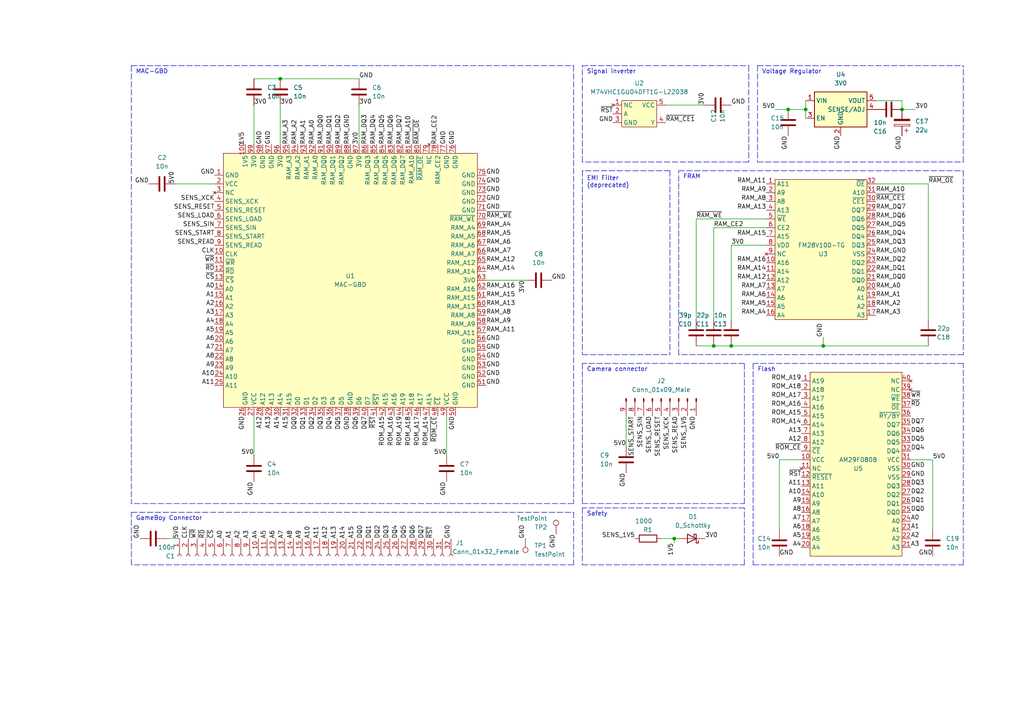
<source format=kicad_sch>
(kicad_sch (version 20231120) (generator "eeschema") (generator_version "8.0")
  (paper "A4")
  (title_block (title "Flashable Camera") (date "2024-07-26") (rev "B") (company "Made by 2BitWizard") (comment 1 "C10 modified by Raphaël BOICHOT"))
  (lib_symbols
    (symbol "Connector:Conn_01x09_Male" (pin_names (offset 1.016) hide)
      (property "Reference" "J" (at 0 12.7 0))
      (property "Value" "Conn_01x09_Male" (at 0 -12.7 0))
      (symbol "Conn_01x09_Male_1_1"
        (polyline (pts (xy 1.27 -10.16) (xy 0.8636 -10.16)) (stroke (width 0.1524)))
        (polyline (pts (xy 1.27 -7.62) (xy 0.8636 -7.62)) (stroke (width 0.1524)))
        (polyline (pts (xy 1.27 -5.08) (xy 0.8636 -5.08)) (stroke (width 0.1524)))
        (polyline (pts (xy 1.27 -2.54) (xy 0.8636 -2.54)) (stroke (width 0.1524)))
        (polyline (pts (xy 1.27 0) (xy 0.8636 0)) (stroke (width 0.1524)))
        (polyline (pts (xy 1.27 2.54) (xy 0.8636 2.54)) (stroke (width 0.1524)))
        (polyline (pts (xy 1.27 5.08) (xy 0.8636 5.08)) (stroke (width 0.1524)))
        (polyline (pts (xy 1.27 7.62) (xy 0.8636 7.62)) (stroke (width 0.1524)))
        (polyline (pts (xy 1.27 10.16) (xy 0.8636 10.16)) (stroke (width 0.1524)))
        (rectangle (start 0.8636 -10.033) (end 0 -10.287) (stroke (width 0.1524)) (fill (type outline)))
        (rectangle (start 0.8636 -7.493) (end 0 -7.747) (stroke (width 0.1524)) (fill (type outline)))
        (rectangle (start 0.8636 -4.953) (end 0 -5.207) (stroke (width 0.1524)) (fill (type outline)))
        (rectangle (start 0.8636 -2.413) (end 0 -2.667) (stroke (width 0.1524)) (fill (type outline)))
        (rectangle (start 0.8636 0.127) (end 0 -0.127) (stroke (width 0.1524)) (fill (type outline)))
        (rectangle (start 0.8636 2.667) (end 0 2.413) (stroke (width 0.1524)) (fill (type outline)))
        (rectangle (start 0.8636 5.207) (end 0 4.953) (stroke (width 0.1524)) (fill (type outline)))
        (rectangle (start 0.8636 7.747) (end 0 7.493) (stroke (width 0.1524)) (fill (type outline)))
        (rectangle (start 0.8636 10.287) (end 0 10.033) (stroke (width 0.1524)) (fill (type outline)))
        (pin passive line (at 5.08 10.16 180) (length 3.81) (name "Pin_1") (number "1"))
        (pin passive line (at 5.08 7.62 180) (length 3.81) (name "Pin_2") (number "2"))
        (pin passive line (at 5.08 5.08 180) (length 3.81) (name "Pin_3") (number "3"))
        (pin passive line (at 5.08 2.54 180) (length 3.81) (name "Pin_4") (number "4"))
        (pin passive line (at 5.08 0 180) (length 3.81) (name "Pin_5") (number "5"))
        (pin passive line (at 5.08 -2.54 180) (length 3.81) (name "Pin_6") (number "6"))
        (pin passive line (at 5.08 -5.08 180) (length 3.81) (name "Pin_7") (number "7"))
        (pin passive line (at 5.08 -7.62 180) (length 3.81) (name "Pin_8") (number "8"))
        (pin passive line (at 5.08 -10.16 180) (length 3.81) (name "Pin_9") (number "9"))
      )
    )
    (symbol "Connector:Conn_01x32_Female" (pin_names (offset 1.016) hide)
      (property "Reference" "J" (at 0 40.64 0))
      (property "Value" "Conn_01x32_Female" (at 0 -43.18 0))
      (symbol "Conn_01x32_Female_1_1"
        (arc (start 0 -40.132) (mid -0.5058 -40.64) (end 0 -41.148) (stroke (width 0.1524)))
        (arc (start 0 -37.592) (mid -0.5058 -38.1) (end 0 -38.608) (stroke (width 0.1524)))
        (arc (start 0 -35.052) (mid -0.5058 -35.56) (end 0 -36.068) (stroke (width 0.1524)))
        (arc (start 0 -32.512) (mid -0.5058 -33.02) (end 0 -33.528) (stroke (width 0.1524)))
        (arc (start 0 -29.972) (mid -0.5058 -30.48) (end 0 -30.988) (stroke (width 0.1524)))
        (arc (start 0 -27.432) (mid -0.5058 -27.94) (end 0 -28.448) (stroke (width 0.1524)))
        (arc (start 0 -24.892) (mid -0.5058 -25.4) (end 0 -25.908) (stroke (width 0.1524)))
        (arc (start 0 -22.352) (mid -0.5058 -22.86) (end 0 -23.368) (stroke (width 0.1524)))
        (arc (start 0 -19.812) (mid -0.5058 -20.32) (end 0 -20.828) (stroke (width 0.1524)))
        (arc (start 0 -17.272) (mid -0.5058 -17.78) (end 0 -18.288) (stroke (width 0.1524)))
        (arc (start 0 -14.732) (mid -0.5058 -15.24) (end 0 -15.748) (stroke (width 0.1524)))
        (arc (start 0 -12.192) (mid -0.5058 -12.7) (end 0 -13.208) (stroke (width 0.1524)))
        (arc (start 0 -9.652) (mid -0.5058 -10.16) (end 0 -10.668) (stroke (width 0.1524)))
        (arc (start 0 -7.112) (mid -0.5058 -7.62) (end 0 -8.128) (stroke (width 0.1524)))
        (arc (start 0 -4.572) (mid -0.5058 -5.08) (end 0 -5.588) (stroke (width 0.1524)))
        (arc (start 0 -2.032) (mid -0.5058 -2.54) (end 0 -3.048) (stroke (width 0.1524)))
        (polyline (pts (xy -1.27 -40.64) (xy -0.508 -40.64)) (stroke (width 0.1524)))
        (polyline (pts (xy -1.27 -38.1) (xy -0.508 -38.1)) (stroke (width 0.1524)))
        (polyline (pts (xy -1.27 -35.56) (xy -0.508 -35.56)) (stroke (width 0.1524)))
        (polyline (pts (xy -1.27 -33.02) (xy -0.508 -33.02)) (stroke (width 0.1524)))
        (polyline (pts (xy -1.27 -30.48) (xy -0.508 -30.48)) (stroke (width 0.1524)))
        (polyline (pts (xy -1.27 -27.94) (xy -0.508 -27.94)) (stroke (width 0.1524)))
        (polyline (pts (xy -1.27 -25.4) (xy -0.508 -25.4)) (stroke (width 0.1524)))
        (polyline (pts (xy -1.27 -22.86) (xy -0.508 -22.86)) (stroke (width 0.1524)))
        (polyline (pts (xy -1.27 -20.32) (xy -0.508 -20.32)) (stroke (width 0.1524)))
        (polyline (pts (xy -1.27 -17.78) (xy -0.508 -17.78)) (stroke (width 0.1524)))
        (polyline (pts (xy -1.27 -15.24) (xy -0.508 -15.24)) (stroke (width 0.1524)))
        (polyline (pts (xy -1.27 -12.7) (xy -0.508 -12.7)) (stroke (width 0.1524)))
        (polyline (pts (xy -1.27 -10.16) (xy -0.508 -10.16)) (stroke (width 0.1524)))
        (polyline (pts (xy -1.27 -7.62) (xy -0.508 -7.62)) (stroke (width 0.1524)))
        (polyline (pts (xy -1.27 -5.08) (xy -0.508 -5.08)) (stroke (width 0.1524)))
        (polyline (pts (xy -1.27 -2.54) (xy -0.508 -2.54)) (stroke (width 0.1524)))
        (polyline (pts (xy -1.27 0) (xy -0.508 0)) (stroke (width 0.1524)))
        (polyline (pts (xy -1.27 2.54) (xy -0.508 2.54)) (stroke (width 0.1524)))
        (polyline (pts (xy -1.27 5.08) (xy -0.508 5.08)) (stroke (width 0.1524)))
        (polyline (pts (xy -1.27 7.62) (xy -0.508 7.62)) (stroke (width 0.1524)))
        (polyline (pts (xy -1.27 10.16) (xy -0.508 10.16)) (stroke (width 0.1524)))
        (polyline (pts (xy -1.27 12.7) (xy -0.508 12.7)) (stroke (width 0.1524)))
        (polyline (pts (xy -1.27 15.24) (xy -0.508 15.24)) (stroke (width 0.1524)))
        (polyline (pts (xy -1.27 17.78) (xy -0.508 17.78)) (stroke (width 0.1524)))
        (polyline (pts (xy -1.27 20.32) (xy -0.508 20.32)) (stroke (width 0.1524)))
        (polyline (pts (xy -1.27 22.86) (xy -0.508 22.86)) (stroke (width 0.1524)))
        (polyline (pts (xy -1.27 25.4) (xy -0.508 25.4)) (stroke (width 0.1524)))
        (polyline (pts (xy -1.27 27.94) (xy -0.508 27.94)) (stroke (width 0.1524)))
        (polyline (pts (xy -1.27 30.48) (xy -0.508 30.48)) (stroke (width 0.1524)))
        (polyline (pts (xy -1.27 33.02) (xy -0.508 33.02)) (stroke (width 0.1524)))
        (polyline (pts (xy -1.27 35.56) (xy -0.508 35.56)) (stroke (width 0.1524)))
        (polyline (pts (xy -1.27 38.1) (xy -0.508 38.1)) (stroke (width 0.1524)))
        (arc (start 0 0.508) (mid -0.5058 0) (end 0 -0.508) (stroke (width 0.1524)))
        (arc (start 0 3.048) (mid -0.5058 2.54) (end 0 2.032) (stroke (width 0.1524)))
        (arc (start 0 5.588) (mid -0.5058 5.08) (end 0 4.572) (stroke (width 0.1524)))
        (arc (start 0 8.128) (mid -0.5058 7.62) (end 0 7.112) (stroke (width 0.1524)))
        (arc (start 0 10.668) (mid -0.5058 10.16) (end 0 9.652) (stroke (width 0.1524)))
        (arc (start 0 13.208) (mid -0.5058 12.7) (end 0 12.192) (stroke (width 0.1524)))
        (arc (start 0 15.748) (mid -0.5058 15.24) (end 0 14.732) (stroke (width 0.1524)))
        (arc (start 0 18.288) (mid -0.5058 17.78) (end 0 17.272) (stroke (width 0.1524)))
        (arc (start 0 20.828) (mid -0.5058 20.32) (end 0 19.812) (stroke (width 0.1524)))
        (arc (start 0 23.368) (mid -0.5058 22.86) (end 0 22.352) (stroke (width 0.1524)))
        (arc (start 0 25.908) (mid -0.5058 25.4) (end 0 24.892) (stroke (width 0.1524)))
        (arc (start 0 28.448) (mid -0.5058 27.94) (end 0 27.432) (stroke (width 0.1524)))
        (arc (start 0 30.988) (mid -0.5058 30.48) (end 0 29.972) (stroke (width 0.1524)))
        (arc (start 0 33.528) (mid -0.5058 33.02) (end 0 32.512) (stroke (width 0.1524)))
        (arc (start 0 36.068) (mid -0.5058 35.56) (end 0 35.052) (stroke (width 0.1524)))
        (arc (start 0 38.608) (mid -0.5058 38.1) (end 0 37.592) (stroke (width 0.1524)))
        (pin passive line (at -5.08 38.1 0) (length 3.81) (name "Pin_1") (number "1"))
        (pin passive line (at -5.08 15.24 0) (length 3.81) (name "Pin_10") (number "10"))
        (pin passive line (at -5.08 12.7 0) (length 3.81) (name "Pin_11") (number "11"))
        (pin passive line (at -5.08 10.16 0) (length 3.81) (name "Pin_12") (number "12"))
        (pin passive line (at -5.08 7.62 0) (length 3.81) (name "Pin_13") (number "13"))
        (pin passive line (at -5.08 5.08 0) (length 3.81) (name "Pin_14") (number "14"))
        (pin passive line (at -5.08 2.54 0) (length 3.81) (name "Pin_15") (number "15"))
        (pin passive line (at -5.08 0 0) (length 3.81) (name "Pin_16") (number "16"))
        (pin passive line (at -5.08 -2.54 0) (length 3.81) (name "Pin_17") (number "17"))
        (pin passive line (at -5.08 -5.08 0) (length 3.81) (name "Pin_18") (number "18"))
        (pin passive line (at -5.08 -7.62 0) (length 3.81) (name "Pin_19") (number "19"))
        (pin passive line (at -5.08 35.56 0) (length 3.81) (name "Pin_2") (number "2"))
        (pin passive line (at -5.08 -10.16 0) (length 3.81) (name "Pin_20") (number "20"))
        (pin passive line (at -5.08 -12.7 0) (length 3.81) (name "Pin_21") (number "21"))
        (pin passive line (at -5.08 -15.24 0) (length 3.81) (name "Pin_22") (number "22"))
        (pin passive line (at -5.08 -17.78 0) (length 3.81) (name "Pin_23") (number "23"))
        (pin passive line (at -5.08 -20.32 0) (length 3.81) (name "Pin_24") (number "24"))
        (pin passive line (at -5.08 -22.86 0) (length 3.81) (name "Pin_25") (number "25"))
        (pin passive line (at -5.08 -25.4 0) (length 3.81) (name "Pin_26") (number "26"))
        (pin passive line (at -5.08 -27.94 0) (length 3.81) (name "Pin_27") (number "27"))
        (pin passive line (at -5.08 -30.48 0) (length 3.81) (name "Pin_28") (number "28"))
        (pin passive line (at -5.08 -33.02 0) (length 3.81) (name "Pin_29") (number "29"))
        (pin passive line (at -5.08 33.02 0) (length 3.81) (name "Pin_3") (number "3"))
        (pin passive line (at -5.08 -35.56 0) (length 3.81) (name "Pin_30") (number "30"))
        (pin passive line (at -5.08 -38.1 0) (length 3.81) (name "Pin_31") (number "31"))
        (pin passive line (at -5.08 -40.64 0) (length 3.81) (name "Pin_32") (number "32"))
        (pin passive line (at -5.08 30.48 0) (length 3.81) (name "Pin_4") (number "4"))
        (pin passive line (at -5.08 27.94 0) (length 3.81) (name "Pin_5") (number "5"))
        (pin passive line (at -5.08 25.4 0) (length 3.81) (name "Pin_6") (number "6"))
        (pin passive line (at -5.08 22.86 0) (length 3.81) (name "Pin_7") (number "7"))
        (pin passive line (at -5.08 20.32 0) (length 3.81) (name "Pin_8") (number "8"))
        (pin passive line (at -5.08 17.78 0) (length 3.81) (name "Pin_9") (number "9"))
      )
    )
    (symbol "Connector:TestPoint" (pin_numbers hide) (pin_names (offset 0.762) hide)
      (property "Reference" "TP" (at 0 6.858 0))
      (property "Value" "TestPoint" (at 0 5.08 0))
      (symbol "TestPoint_0_1"
        (circle (center 0 3.302) (radius 0.762))
      )
      (symbol "TestPoint_1_1"
        (pin passive line (at 0 0 90) (length 2.54) (name "1") (number "1"))
      )
    )
    (symbol "Device:C" (pin_numbers hide) (pin_names (offset 0.254))
      (property "Reference" "C" (at 0.635 2.54 0))
      (property "Value" "C" (at 0.635 -2.54 0))
      (symbol "C_0_1"
        (polyline (pts (xy -2.032 -0.762) (xy 2.032 -0.762)) (stroke (width 0.508)))
        (polyline (pts (xy -2.032 0.762) (xy 2.032 0.762)) (stroke (width 0.508)))
      )
      (symbol "C_1_1"
        (pin passive line (at 0 3.81 270) (length 2.794) (name "~") (number "1"))
        (pin passive line (at 0 -3.81 90) (length 2.794) (name "~") (number "2"))
      )
    )
    (symbol "Device:C_Polarized" (pin_numbers hide) (pin_names (offset 0.254))
      (property "Reference" "C" (at 0.635 2.54 0))
      (property "Value" "C_Polarized" (at 0.635 -2.54 0))
      (symbol "C_Polarized_0_1"
        (rectangle (start -2.286 0.508) (end 2.286 1.016))
        (polyline (pts (xy -1.778 2.286) (xy -0.762 2.286)))
        (polyline (pts (xy -1.27 2.794) (xy -1.27 1.778)))
        (rectangle (start 2.286 -0.508) (end -2.286 -1.016) (fill (type outline)))
      )
      (symbol "C_Polarized_1_1"
        (pin passive line (at 0 3.81 270) (length 2.794) (name "~") (number "1"))
        (pin passive line (at 0 -3.81 90) (length 2.794) (name "~") (number "2"))
      )
    )
    (symbol "Device:D_Schottky" (pin_numbers hide) (pin_names (offset 1.016) hide)
      (property "Reference" "D" (at 0 2.54 0))
      (property "Value" "D_Schottky" (at 0 -2.54 0))
      (symbol "D_Schottky_0_1"
        (polyline (pts (xy 1.27 0) (xy -1.27 0)))
        (polyline (pts (xy 1.27 1.27) (xy 1.27 -1.27) (xy -1.27 0) (xy 1.27 1.27)) (stroke (width 0.254)))
        (polyline (pts (xy -1.905 0.635) (xy -1.905 1.27) (xy -1.27 1.27) (xy -1.27 -1.27) (xy -0.635 -1.27) (xy -0.635 -0.635)) (stroke (width 0.254)))
      )
      (symbol "D_Schottky_1_1"
        (pin passive line (at -3.81 0 0) (length 2.54) (name "K") (number "1"))
        (pin passive line (at 3.81 0 180) (length 2.54) (name "A") (number "2"))
      )
    )
    (symbol "Device:R" (pin_numbers hide) (pin_names (offset 0))
      (property "Reference" "R" (at 2.032 0 90))
      (property "Value" "R" (at 0 0 90))
      (symbol "R_0_1"
        (rectangle (start -1.016 -2.54) (end 1.016 2.54) (stroke (width 0.254)))
      )
      (symbol "R_1_1"
        (pin passive line (at 0 3.81 270) (length 1.27) (name "~") (number "1"))
        (pin passive line (at 0 -3.81 90) (length 1.27) (name "~") (number "2"))
      )
    )
    (symbol "GBC:3V0"
      (property "Reference" "U" (at 0 8.89 0))
      (property "Value" "3V0" (at 0 6.35 0))
      (symbol "3V0_0_1"
        (rectangle (start -7.62 5.08) (end 7.62 -5.08) (stroke (width 0.254)) (fill (type background)))
      )
      (symbol "3V0_1_1"
        (pin passive line (at -10.16 2.54 0) (length 2.54) (name "VIN") (number "1"))
        (pin passive line (at 0 -7.62 90) (length 2.54) (name "GND") (number "2"))
        (pin passive line (at -10.16 -2.54 0) (length 2.54) (name "EN") (number "3"))
        (pin passive line (at 10.16 0 180) (length 2.54) (name "SENSE/ADJ") (number "4"))
        (pin passive line (at 10.16 2.54 180) (length 2.54) (name "VOUT") (number "5"))
      )
    )
    (symbol "GBC:AM29F080B"
      (property "Reference" "U" (at 0 -1.27 0))
      (property "Value" "AM29F080B" (at 0 1.27 0))
      (symbol "AM29F080B_0_1"
        (rectangle (start -13.97 26.67) (end 12.7 -26.67) (fill (type background)))
      )
      (symbol "AM29F080B_1_1"
        (pin passive line (at -16.51 24.13 0) (length 2.54) (name "A19") (number "1"))
        (pin passive line (at -16.51 1.27 0) (length 2.54) (name "VCC") (number "10"))
        (pin no_connect line (at -16.51 -1.27 0) (length 2.54) (name "NC") (number "11"))
        (pin passive line (at -16.51 -3.81 0) (length 2.54) (name "~{RESET}") (number "12"))
        (pin passive line (at -16.51 -6.35 0) (length 2.54) (name "A11") (number "13"))
        (pin passive line (at -16.51 -8.89 0) (length 2.54) (name "A10") (number "14"))
        (pin passive line (at -16.51 -11.43 0) (length 2.54) (name "A9") (number "15"))
        (pin passive line (at -16.51 -13.97 0) (length 2.54) (name "A8") (number "16"))
        (pin passive line (at -16.51 -16.51 0) (length 2.54) (name "A7") (number "17"))
        (pin passive line (at -16.51 -19.05 0) (length 2.54) (name "A6") (number "18"))
        (pin passive line (at -16.51 -21.59 0) (length 2.54) (name "A5") (number "19"))
        (pin passive line (at -16.51 21.59 0) (length 2.54) (name "A18") (number "2"))
        (pin passive line (at -16.51 -24.13 0) (length 2.54) (name "A4") (number "20"))
        (pin passive line (at 15.24 -24.13 180) (length 2.54) (name "A3") (number "21"))
        (pin passive line (at 15.24 -21.59 180) (length 2.54) (name "A2") (number "22"))
        (pin passive line (at 15.24 -19.05 180) (length 2.54) (name "A1") (number "23"))
        (pin passive line (at 15.24 -16.51 180) (length 2.54) (name "A0") (number "24"))
        (pin passive line (at 15.24 -13.97 180) (length 2.54) (name "DQ0") (number "25"))
        (pin passive line (at 15.24 -11.43 180) (length 2.54) (name "DQ1") (number "26"))
        (pin passive line (at 15.24 -8.89 180) (length 2.54) (name "DQ2") (number "27"))
        (pin passive line (at 15.24 -6.35 180) (length 2.54) (name "DQ3") (number "28"))
        (pin passive line (at 15.24 -3.81 180) (length 2.54) (name "VSS") (number "29"))
        (pin passive line (at -16.51 19.05 0) (length 2.54) (name "A17") (number "3"))
        (pin passive line (at 15.24 -1.27 180) (length 2.54) (name "VSS") (number "30"))
        (pin passive line (at 15.24 1.27 180) (length 2.54) (name "VCC") (number "31"))
        (pin passive line (at 15.24 3.81 180) (length 2.54) (name "DQ4") (number "32"))
        (pin passive line (at 15.24 6.35 180) (length 2.54) (name "DQ5") (number "33"))
        (pin passive line (at 15.24 8.89 180) (length 2.54) (name "DQ6") (number "34"))
        (pin passive line (at 15.24 11.43 180) (length 2.54) (name "DQ7") (number "35"))
        (pin passive line (at 15.24 13.97 180) (length 2.54) (name "~{RY/BY}") (number "36"))
        (pin passive line (at 15.24 16.51 180) (length 2.54) (name "~{OE}") (number "37"))
        (pin passive line (at 15.24 19.05 180) (length 2.54) (name "~{WE}") (number "38"))
        (pin no_connect line (at 15.24 21.59 180) (length 2.54) (name "NC") (number "39"))
        (pin passive line (at -16.51 16.51 0) (length 2.54) (name "A16") (number "4"))
        (pin no_connect line (at 15.24 24.13 180) (length 2.54) (name "NC") (number "40"))
        (pin passive line (at -16.51 13.97 0) (length 2.54) (name "A15") (number "5"))
        (pin passive line (at -16.51 11.43 0) (length 2.54) (name "A14") (number "6"))
        (pin passive line (at -16.51 8.89 0) (length 2.54) (name "A13") (number "7"))
        (pin passive line (at -16.51 6.35 0) (length 2.54) (name "A12") (number "8"))
        (pin passive line (at -16.51 3.81 0) (length 2.54) (name "~{CE}") (number "9"))
      )
    )
    (symbol "GBC:FM28V100-TG "
      (property "Reference" "U" (at 0 -1.27 0))
      (property "Value" "FM28V100-TG " (at 0 1.27 0))
      (symbol "FM28V100-TG _0_1"
        (rectangle (start -13.97 20.32) (end 12.7 -20.32) (fill (type background)))
      )
      (symbol "FM28V100-TG _1_1"
        (pin passive line (at -16.51 19.05 0) (length 2.54) (name "A11") (number "1"))
        (pin passive line (at -16.51 -3.81 0) (length 2.54) (name "A16") (number "10"))
        (pin passive line (at -16.51 -6.35 0) (length 2.54) (name "A14") (number "11"))
        (pin passive line (at -16.51 -8.89 0) (length 2.54) (name "A12") (number "12"))
        (pin passive line (at -16.51 -11.43 0) (length 2.54) (name "A7") (number "13"))
        (pin passive line (at -16.51 -13.97 0) (length 2.54) (name "A6") (number "14"))
        (pin passive line (at -16.51 -16.51 0) (length 2.54) (name "A5") (number "15"))
        (pin passive line (at -16.51 -19.05 0) (length 2.54) (name "A4") (number "16"))
        (pin passive line (at 15.24 -19.05 180) (length 2.54) (name "A3") (number "17"))
        (pin passive line (at 15.24 -16.51 180) (length 2.54) (name "A2") (number "18"))
        (pin passive line (at 15.24 -13.97 180) (length 2.54) (name "A1") (number "19"))
        (pin passive line (at -16.51 16.51 0) (length 2.54) (name "A9") (number "2"))
        (pin passive line (at 15.24 -11.43 180) (length 2.54) (name "A0") (number "20"))
        (pin passive line (at 15.24 -8.89 180) (length 2.54) (name "DQ0") (number "21"))
        (pin passive line (at 15.24 -6.35 180) (length 2.54) (name "DQ1") (number "22"))
        (pin passive line (at 15.24 -3.81 180) (length 2.54) (name "DQ2") (number "23"))
        (pin passive line (at 15.24 -1.27 180) (length 2.54) (name "VSS") (number "24"))
        (pin passive line (at 15.24 1.27 180) (length 2.54) (name "DQ3") (number "25"))
        (pin passive line (at 15.24 3.81 180) (length 2.54) (name "DQ4") (number "26"))
        (pin passive line (at 15.24 6.35 180) (length 2.54) (name "DQ5") (number "27"))
        (pin passive line (at 15.24 8.89 180) (length 2.54) (name "DQ6") (number "28"))
        (pin passive line (at 15.24 11.43 180) (length 2.54) (name "DQ7") (number "29"))
        (pin passive line (at -16.51 13.97 0) (length 2.54) (name "A8") (number "3"))
        (pin passive line (at 15.24 13.97 180) (length 2.54) (name "~{CE1}") (number "30"))
        (pin passive line (at 15.24 16.51 180) (length 2.54) (name "A10") (number "31"))
        (pin passive line (at 15.24 19.05 180) (length 2.54) (name "~{OE}") (number "32"))
        (pin passive line (at -16.51 11.43 0) (length 2.54) (name "A13") (number "4"))
        (pin passive line (at -16.51 8.89 0) (length 2.54) (name "~{WE}") (number "5"))
        (pin passive line (at -16.51 6.35 0) (length 2.54) (name "CE2") (number "6"))
        (pin passive line (at -16.51 3.81 0) (length 2.54) (name "A15") (number "7"))
        (pin passive line (at -16.51 1.27 0) (length 2.54) (name "VDD") (number "8"))
        (pin no_connect line (at -16.51 -1.27 0) (length 2.54) (name "NC") (number "9"))
      )
    )
    (symbol "GBC:M74VHC1GU04DFT1G-L22038"
      (property "Reference" "U" (at 0 8.89 0))
      (property "Value" "M74VHC1GU04DFT1G-L22038" (at 0 6.35 0))
      (symbol "M74VHC1GU04DFT1G-L22038_0_1"
        (rectangle (start -5.08 3.81) (end 5.08 -3.81) (fill (type background)))
      )
      (symbol "M74VHC1GU04DFT1G-L22038_1_1"
        (pin no_connect line (at -7.62 2.54 0) (length 2.54) (name "NC") (number "1"))
        (pin passive line (at -7.62 0 0) (length 2.54) (name "A") (number "2"))
        (pin passive line (at -7.62 -2.54 0) (length 2.54) (name "GND") (number "3"))
        (pin passive line (at 7.62 -2.54 180) (length 2.54) (name "Y") (number "4"))
        (pin passive line (at 7.62 2.54 180) (length 2.54) (name "VCC") (number "5"))
      )
    )
    (symbol "GBC:MAC-GBD"
      (property "Reference" "U" (at 0 -1.27 0))
      (property "Value" "MAC-GBD" (at 0 1.27 0))
      (symbol "MAC-GBD_0_1"
        (rectangle (start -36.83 36.83) (end 36.83 -36.83) (fill (type background)))
      )
      (symbol "MAC-GBD_1_1"
        (pin passive line (at -39.37 30.48 0) (length 2.54) (name "GND") (number "1"))
        (pin passive line (at -39.37 7.62 0) (length 2.54) (name "CLK") (number "10"))
        (pin passive line (at -30.48 39.37 270) (length 2.54) (name "1V5") (number "100"))
        (pin passive line (at -39.37 5.08 0) (length 2.54) (name "~{WR}") (number "11"))
        (pin passive line (at -39.37 2.54 0) (length 2.54) (name "~{RD}") (number "12"))
        (pin passive line (at -39.37 0 0) (length 2.54) (name "~{CS}") (number "13"))
        (pin passive line (at -39.37 -2.54 0) (length 2.54) (name "A0") (number "14"))
        (pin passive line (at -39.37 -5.08 0) (length 2.54) (name "A1") (number "15"))
        (pin passive line (at -39.37 -7.62 0) (length 2.54) (name "A2") (number "16"))
        (pin passive line (at -39.37 -10.16 0) (length 2.54) (name "A3") (number "17"))
        (pin passive line (at -39.37 -12.7 0) (length 2.54) (name "A4") (number "18"))
        (pin passive line (at -39.37 -15.24 0) (length 2.54) (name "A5") (number "19"))
        (pin passive line (at -39.37 27.94 0) (length 2.54) (name "VCC") (number "2"))
        (pin passive line (at -39.37 -17.78 0) (length 2.54) (name "A6") (number "20"))
        (pin passive line (at -39.37 -20.32 0) (length 2.54) (name "A7") (number "21"))
        (pin passive line (at -39.37 -22.86 0) (length 2.54) (name "A8") (number "22"))
        (pin passive line (at -39.37 -25.4 0) (length 2.54) (name "A9") (number "23"))
        (pin passive line (at -39.37 -27.94 0) (length 2.54) (name "A10") (number "24"))
        (pin passive line (at -39.37 -30.48 0) (length 2.54) (name "A11") (number "25"))
        (pin passive line (at -30.48 -39.37 90) (length 2.54) (name "GND") (number "26"))
        (pin passive line (at -27.94 -39.37 90) (length 2.54) (name "VCC") (number "27"))
        (pin passive line (at -25.4 -39.37 90) (length 2.54) (name "A12") (number "28"))
        (pin passive line (at -22.86 -39.37 90) (length 2.54) (name "A13") (number "29"))
        (pin no_connect line (at -39.37 25.4 0) (length 2.54) (name "NC") (number "3"))
        (pin passive line (at -20.32 -39.37 90) (length 2.54) (name "A14") (number "30"))
        (pin passive line (at -17.78 -39.37 90) (length 2.54) (name "A15") (number "31"))
        (pin passive line (at -15.24 -39.37 90) (length 2.54) (name "D0") (number "32"))
        (pin passive line (at -12.7 -39.37 90) (length 2.54) (name "D1") (number "33"))
        (pin passive line (at -10.16 -39.37 90) (length 2.54) (name "D2") (number "34"))
        (pin passive line (at -7.62 -39.37 90) (length 2.54) (name "D3") (number "35"))
        (pin passive line (at -5.08 -39.37 90) (length 2.54) (name "D4") (number "36"))
        (pin passive line (at -2.54 -39.37 90) (length 2.54) (name "D5") (number "37"))
        (pin passive line (at 0 -39.37 90) (length 2.54) (name "GND") (number "38"))
        (pin passive line (at 2.54 -39.37 90) (length 2.54) (name "D6") (number "39"))
        (pin passive line (at -39.37 22.86 0) (length 2.54) (name "SENS_XCK") (number "4"))
        (pin passive line (at 5.08 -39.37 90) (length 2.54) (name "D7") (number "40"))
        (pin passive line (at 7.62 -39.37 90) (length 2.54) (name "~{RST}") (number "41"))
        (pin passive line (at 10.16 -39.37 90) (length 2.54) (name "A15") (number "42"))
        (pin passive line (at 12.7 -39.37 90) (length 2.54) (name "A16") (number "43"))
        (pin passive line (at 15.24 -39.37 90) (length 2.54) (name "A19") (number "44"))
        (pin passive line (at 17.78 -39.37 90) (length 2.54) (name "A18") (number "45"))
        (pin passive line (at 20.32 -39.37 90) (length 2.54) (name "A17") (number "46"))
        (pin passive line (at 22.86 -39.37 90) (length 2.54) (name "A14") (number "47"))
        (pin passive line (at 25.4 -39.37 90) (length 2.54) (name "~{CE}") (number "48"))
        (pin passive line (at 27.94 -39.37 90) (length 2.54) (name "VCC") (number "49"))
        (pin passive line (at -39.37 20.32 0) (length 2.54) (name "SENS_RESET") (number "5"))
        (pin passive line (at 30.48 -39.37 90) (length 2.54) (name "GND") (number "50"))
        (pin passive line (at 39.37 -30.48 180) (length 2.54) (name "GND") (number "51"))
        (pin passive line (at 39.37 -27.94 180) (length 2.54) (name "GND") (number "52"))
        (pin passive line (at 39.37 -25.4 180) (length 2.54) (name "GND") (number "53"))
        (pin passive line (at 39.37 -22.86 180) (length 2.54) (name "GND") (number "54"))
        (pin passive line (at 39.37 -20.32 180) (length 2.54) (name "GND") (number "55"))
        (pin passive line (at 39.37 -17.78 180) (length 2.54) (name "GND") (number "56"))
        (pin passive line (at 39.37 -15.24 180) (length 2.54) (name "RAM_A11") (number "57"))
        (pin passive line (at 39.37 -12.7 180) (length 2.54) (name "RAM_A9") (number "58"))
        (pin passive line (at 39.37 -10.16 180) (length 2.54) (name "RAM_A8") (number "59"))
        (pin passive line (at -39.37 17.78 0) (length 2.54) (name "SENS_LOAD") (number "6"))
        (pin passive line (at 39.37 -7.62 180) (length 2.54) (name "RAM_A13") (number "60"))
        (pin passive line (at 39.37 -5.08 180) (length 2.54) (name "RAM_A15") (number "61"))
        (pin passive line (at 39.37 -2.54 180) (length 2.54) (name "RAM_A16") (number "62"))
        (pin passive line (at 39.37 0 180) (length 2.54) (name "3V0") (number "63"))
        (pin passive line (at 39.37 2.54 180) (length 2.54) (name "RAM_A14") (number "64"))
        (pin passive line (at 39.37 5.08 180) (length 2.54) (name "RAM_A12") (number "65"))
        (pin passive line (at 39.37 7.62 180) (length 2.54) (name "RAM_A7") (number "66"))
        (pin passive line (at 39.37 10.16 180) (length 2.54) (name "RAM_A6") (number "67"))
        (pin passive line (at 39.37 12.7 180) (length 2.54) (name "RAM_A5") (number "68"))
        (pin passive line (at 39.37 15.24 180) (length 2.54) (name "RAM_A4") (number "69"))
        (pin passive line (at -39.37 15.24 0) (length 2.54) (name "SENS_SIN") (number "7"))
        (pin passive line (at 39.37 17.78 180) (length 2.54) (name "~{RAM_WE}") (number "70"))
        (pin passive line (at 39.37 20.32 180) (length 2.54) (name "GND") (number "71"))
        (pin passive line (at 39.37 22.86 180) (length 2.54) (name "GND") (number "72"))
        (pin passive line (at 39.37 25.4 180) (length 2.54) (name "GND") (number "73"))
        (pin passive line (at 39.37 27.94 180) (length 2.54) (name "GND") (number "74"))
        (pin passive line (at 39.37 30.48 180) (length 2.54) (name "GND") (number "75"))
        (pin passive line (at 30.48 39.37 270) (length 2.54) (name "GND") (number "76"))
        (pin passive line (at 27.94 39.37 270) (length 2.54) (name "GND") (number "77"))
        (pin passive line (at 25.4 39.37 270) (length 2.54) (name "RAM_CE2") (number "78"))
        (pin no_connect line (at 22.86 39.37 270) (length 2.54) (name "NC") (number "79"))
        (pin passive line (at -39.37 12.7 0) (length 2.54) (name "SENS_START") (number "8"))
        (pin passive line (at 20.32 39.37 270) (length 2.54) (name "~{RAM_OE}") (number "80"))
        (pin passive line (at 17.78 39.37 270) (length 2.54) (name "RAM_A10") (number "81"))
        (pin passive line (at 15.24 39.37 270) (length 2.54) (name "RAM_DQ7") (number "82"))
        (pin passive line (at 12.7 39.37 270) (length 2.54) (name "RAM_DQ6") (number "83"))
        (pin passive line (at 10.16 39.37 270) (length 2.54) (name "RAM_DQ5") (number "84"))
        (pin passive line (at 7.62 39.37 270) (length 2.54) (name "RAM_DQ4") (number "85"))
        (pin passive line (at 5.08 39.37 270) (length 2.54) (name "RAM_DQ3") (number "86"))
        (pin passive line (at 2.54 39.37 270) (length 2.54) (name "3V0") (number "87"))
        (pin passive line (at 0 39.37 270) (length 2.54) (name "GND") (number "88"))
        (pin passive line (at -2.54 39.37 270) (length 2.54) (name "RAM_DQ2") (number "89"))
        (pin passive line (at -39.37 10.16 0) (length 2.54) (name "SENS_READ") (number "9"))
        (pin passive line (at -5.08 39.37 270) (length 2.54) (name "RAM_DQ1") (number "90"))
        (pin passive line (at -7.62 39.37 270) (length 2.54) (name "RAM_DQ0") (number "91"))
        (pin passive line (at -10.16 39.37 270) (length 2.54) (name "RAM_A0") (number "92"))
        (pin passive line (at -12.7 39.37 270) (length 2.54) (name "RAM_A1") (number "93"))
        (pin passive line (at -15.24 39.37 270) (length 2.54) (name "RAM_A2") (number "94"))
        (pin passive line (at -17.78 39.37 270) (length 2.54) (name "RAM_A3") (number "95"))
        (pin passive line (at -20.32 39.37 270) (length 2.54) (name "3V0") (number "96"))
        (pin passive line (at -22.86 39.37 270) (length 2.54) (name "GND") (number "97"))
        (pin passive line (at -25.4 39.37 270) (length 2.54) (name "GND") (number "98"))
        (pin passive line (at -27.94 39.37 270) (length 2.54) (name "3V0") (number "99"))
      )
    )
  )
  (junction (at 233.68 31.75))
  (junction (at 238.76 100.33))
  (junction (at 81.28 22.86))
  (junction (at 207.01 100.33))
  (junction (at 195.58 156.21))
  (junction (at 261.62 31.75))
  (junction (at 228.6 31.75))
  (junction (at 212.09 100.33))
  (polyline (pts (xy 166.37 163.83) (xy 38.1 163.83)) (stroke (width 0) (type dash)))
  (polyline (pts (xy 279.4 49.53) (xy 279.4 102.87)) (stroke (width 0) (type dash)))
  (polyline (pts (xy 166.37 148.59) (xy 166.37 163.83)) (stroke (width 0) (type dash)))
  (wire (pts (xy 228.6 31.75) (xy 233.68 31.75)))
  (polyline (pts (xy 215.9 163.83) (xy 215.9 147.32)) (stroke (width 0) (type dash)))
  (polyline (pts (xy 279.4 163.83) (xy 279.4 105.41)) (stroke (width 0) (type dash)))
  (wire (pts (xy 181.61 129.54) (xy 181.61 120.65)))
  (wire (pts (xy 193.04 30.48) (xy 204.47 30.48)))
  (polyline (pts (xy 196.85 49.53) (xy 279.4 49.53)) (stroke (width 0) (type dash)))
  (polyline (pts (xy 166.37 146.05) (xy 38.1 146.05)) (stroke (width 0) (type dash)))
  (polyline (pts (xy 166.37 19.05) (xy 166.37 146.05)) (stroke (width 0) (type dash)))
  (wire (pts (xy 269.24 53.34) (xy 269.24 92.71)))
  (polyline (pts (xy 217.17 19.05) (xy 217.17 46.99)) (stroke (width 0) (type dash)))
  (wire (pts (xy 48.26 156.21) (xy 52.07 156.21)))
  (polyline (pts (xy 38.1 19.05) (xy 38.1 146.05)) (stroke (width 0) (type dash)))
  (polyline (pts (xy 279.4 102.87) (xy 196.85 102.87)) (stroke (width 0) (type dash)))
  (polyline (pts (xy 168.91 19.05) (xy 217.17 19.05)) (stroke (width 0) (type dash)))
  (wire (pts (xy 222.25 66.04) (xy 207.01 66.04)))
  (wire (pts (xy 212.09 100.33) (xy 238.76 100.33)))
  (wire (pts (xy 201.93 63.5) (xy 201.93 92.71)))
  (polyline (pts (xy 279.4 46.99) (xy 279.4 19.05)) (stroke (width 0) (type dash)))
  (wire (pts (xy 261.62 31.75) (xy 265.43 31.75)))
  (wire (pts (xy 207.01 66.04) (xy 207.01 92.71)))
  (wire (pts (xy 73.66 30.48) (xy 73.66 41.91)))
  (polyline (pts (xy 168.91 46.99) (xy 168.91 19.05)) (stroke (width 0) (type dash)))
  (polyline (pts (xy 219.71 46.99) (xy 279.4 46.99)) (stroke (width 0) (type dash)))
  (wire (pts (xy 232.41 133.35) (xy 226.06 133.35)))
  (wire (pts (xy 224.79 31.75) (xy 228.6 31.75)))
  (wire (pts (xy 233.68 29.21) (xy 233.68 31.75)))
  (polyline (pts (xy 196.85 102.87) (xy 196.85 49.53)) (stroke (width 0) (type dash)))
  (wire (pts (xy 50.8 53.34) (xy 62.23 53.34)))
  (polyline (pts (xy 219.71 19.05) (xy 219.71 46.99)) (stroke (width 0) (type dash)))
  (wire (pts (xy 254 29.21) (xy 261.62 29.21)))
  (polyline (pts (xy 194.31 49.53) (xy 194.31 102.87)) (stroke (width 0) (type dash)))
  (polyline (pts (xy 168.91 146.05) (xy 215.9 146.05)) (stroke (width 0) (type dash)))
  (wire (pts (xy 81.28 22.86) (xy 104.14 22.86)))
  (polyline (pts (xy 168.91 163.83) (xy 215.9 163.83)) (stroke (width 0) (type dash)))
  (polyline (pts (xy 218.44 163.83) (xy 279.4 163.83)) (stroke (width 0) (type dash)))
  (wire (pts (xy 201.93 100.33) (xy 207.01 100.33)))
  (wire (pts (xy 238.76 97.79) (xy 238.76 100.33)))
  (polyline (pts (xy 217.17 46.99) (xy 168.91 46.99)) (stroke (width 0) (type dash)))
  (wire (pts (xy 81.28 30.48) (xy 81.28 41.91)))
  (wire (pts (xy 195.58 156.21) (xy 195.58 157.48)))
  (polyline (pts (xy 215.9 147.32) (xy 168.91 147.32)) (stroke (width 0) (type dash)))
  (polyline (pts (xy 279.4 105.41) (xy 218.44 105.41)) (stroke (width 0) (type dash)))
  (polyline (pts (xy 38.1 19.05) (xy 166.37 19.05)) (stroke (width 0) (type dash)))
  (polyline (pts (xy 38.1 163.83) (xy 38.1 148.59)) (stroke (width 0) (type dash)))
  (wire (pts (xy 73.66 22.86) (xy 81.28 22.86)))
  (wire (pts (xy 261.62 29.21) (xy 261.62 31.75)))
  (wire (pts (xy 195.58 156.21) (xy 196.85 156.21)))
  (wire (pts (xy 270.51 133.35) (xy 270.51 153.67)))
  (polyline (pts (xy 168.91 147.32) (xy 168.91 163.83)) (stroke (width 0) (type dash)))
  (wire (pts (xy 212.09 92.71) (xy 212.09 71.12)))
  (wire (pts (xy 104.14 30.48) (xy 104.14 41.91)))
  (wire (pts (xy 222.25 63.5) (xy 201.93 63.5)))
  (wire (pts (xy 233.68 31.75) (xy 233.68 34.29)))
  (wire (pts (xy 212.09 71.12) (xy 222.25 71.12)))
  (wire (pts (xy 191.77 156.21) (xy 195.58 156.21)))
  (polyline (pts (xy 38.1 148.59) (xy 166.37 148.59)) (stroke (width 0) (type dash)))
  (wire (pts (xy 140.97 81.28) (xy 152.4 81.28)))
  (polyline (pts (xy 218.44 105.41) (xy 218.44 163.83)) (stroke (width 0) (type dash)))
  (wire (pts (xy 129.54 120.65) (xy 129.54 132.08)))
  (wire (pts (xy 264.16 133.35) (xy 270.51 133.35)))
  (wire (pts (xy 238.76 100.33) (xy 269.24 100.33)))
  (wire (pts (xy 207.01 100.33) (xy 212.09 100.33)))
  (wire (pts (xy 254 53.34) (xy 269.24 53.34)))
  (polyline (pts (xy 219.71 19.05) (xy 279.4 19.05)) (stroke (width 0) (type dash)))
  (polyline (pts (xy 168.91 102.87) (xy 194.31 102.87)) (stroke (width 0) (type dash)))
  (polyline (pts (xy 168.91 105.41) (xy 168.91 146.05)) (stroke (width 0) (type dash)))
  (polyline (pts (xy 168.91 49.53) (xy 168.91 102.87)) (stroke (width 0) (type dash)))
  (polyline (pts (xy 194.31 49.53) (xy 168.91 49.53)) (stroke (width 0) (type dash)))
  (wire (pts (xy 226.06 133.35) (xy 226.06 153.67)))
  (wire (pts (xy 73.66 120.65) (xy 73.66 132.08)))
  (polyline (pts (xy 215.9 105.41) (xy 168.91 105.41)) (stroke (width 0) (type dash)))
  (polyline (pts (xy 215.9 146.05) (xy 215.9 105.41)) (stroke (width 0) (type dash)))
  (text "Camera connector\n" (at 170.18 107.95 0) (effects (font (size 1.27 1.27)) (justify left bottom)))
  (text "Signal inverter" (at 170.18 21.59 0) (effects (font (size 1.27 1.27)) (justify left bottom)))
  (text "Flash" (at 219.71 107.95 0) (effects (font (size 1.27 1.27)) (justify left bottom)))
  (text "MAC-GBD" (at 39.37 21.59 0) (effects (font (size 1.27 1.27)) (justify left bottom)))
  (text "GameBoy Connector\n" (at 39.37 151.13 0) (effects (font (size 1.27 1.27)) (justify left bottom)))
  (text "FRAM\n" (at 198.12 52.07 0) (effects (font (size 1.27 1.27)) (justify left bottom)))
  (text "Voltage Regulator\n" (at 220.98 21.59 0) (effects (font (size 1.27 1.27)) (justify left bottom)))
  (text "EMI Filter\n(deprecated)" (at 170.18 54.61 0) (effects (font (size 1.27 1.27)) (justify left bottom)))
  (text "Safety\n" (at 170.18 149.86 0) (effects (font (size 1.27 1.27)) (justify left bottom)))
  (label "SENS_RESET" (at 62.23 60.96 180))
  (label "GND" (at 140.97 99.06 0))
  (label "GND" (at 140.97 106.68 0))
  (label "3V0" (at 73.66 30.48 0))
  (label "RAM_A16" (at 222.25 76.2 180))
  (label "A11" (at 92.71 156.21 90))
  (label "RAM_DQ0" (at 93.98 41.91 90))
  (label "~{RST}" (at 177.8 33.02 180))
  (label "A6" (at 232.41 153.67 180))
  (label "DQ7" (at 264.16 123.19 0))
  (label "DQ7" (at 106.68 120.65 270))
  (label "ROM_A15" (at 111.76 120.65 270))
  (label "DQ5" (at 118.11 156.21 90))
  (label "RAM_CE2" (at 127 41.91 90))
  (label "SENS_READ" (at 196.85 120.65 270))
  (label "RAM_GND" (at 101.6 41.91 90))
  (label "3V0" (at 81.28 30.48 0))
  (label "~{ROM_CE}" (at 127 120.65 270))
  (label "GND" (at 76.2 41.91 90))
  (label "1V5" (at 195.58 157.48 270))
  (label "GND" (at 201.93 120.65 270))
  (label "ROM_A19" (at 232.41 110.49 180))
  (label "RAM_A1" (at 88.9 41.91 90))
  (label "GND" (at 78.74 41.91 90))
  (label "ROM_A14" (at 232.41 123.19 180))
  (label "GND" (at 129.54 139.7 270))
  (label "~{WR}" (at 62.23 76.2 180))
  (label "DQ1" (at 264.16 146.05 0))
  (label "DQ4" (at 96.52 120.65 270))
  (label "~{RST}" (at 125.73 156.21 90))
  (label "A4" (at 74.93 156.21 90))
  (label "DQ6" (at 264.16 125.73 0))
  (label "SENS_RESET" (at 191.77 120.65 270))
  (label "~{RAM_OE}" (at 121.92 41.91 90))
  (label "GND" (at 101.6 120.65 270))
  (label "DQ4" (at 115.57 156.21 90))
  (label "A6" (at 62.23 99.06 180))
  (label "SENS_SIN" (at 62.23 66.04 180))
  (label "A15" (at 102.87 156.21 90))
  (label "GND" (at 73.66 139.7 270))
  (label "ROM_A18" (at 119.38 120.65 270))
  (label "RAM_A13" (at 222.25 60.96 180))
  (label "~{CS}" (at 62.23 81.28 180))
  (label "A10" (at 232.41 143.51 180))
  (label "A13" (at 97.79 156.21 90))
  (label "RAM_DQ6" (at 254 63.5 0))
  (label "SENS_LOAD" (at 189.23 120.65 270))
  (label "RAM_DQ1" (at 96.52 41.91 90))
  (label "A7" (at 232.41 151.13 180))
  (label "~{RD}" (at 62.23 78.74 180))
  (label "A8" (at 62.23 104.14 180))
  (label "5V0" (at 226.06 133.35 180))
  (label "ROM_A19" (at 116.84 120.65 270))
  (label "DQ6" (at 120.65 156.21 90))
  (label "A3" (at 72.39 156.21 90))
  (label "GND" (at 270.51 161.29 180))
  (label "RAM_A13" (at 140.97 88.9 0))
  (label "~{RAM_CE1}" (at 193.04 35.56 0))
  (label "ROM_A14" (at 124.46 120.65 270))
  (label "~{RAM_CE1}" (at 254 58.42 0))
  (label "A1" (at 264.16 153.67 0))
  (label "DQ0" (at 105.41 156.21 90))
  (label "~{RD}" (at 59.69 156.21 90))
  (label "A14" (at 81.28 120.65 270))
  (label "DQ2" (at 264.16 143.51 0))
  (label "A9" (at 62.23 106.68 180))
  (label "A1" (at 67.31 156.21 90))
  (label "3V0" (at 152.4 81.28 270))
  (label "RAM_A6" (at 222.25 86.36 180))
  (label "GND" (at 129.54 41.91 90))
  (label "~{WR}" (at 57.15 156.21 90))
  (label "GND" (at 40.64 156.21 90))
  (label "RAM_A15" (at 140.97 86.36 0))
  (label "GND" (at 238.76 97.79 90))
  (label "GND" (at 140.97 50.8 0))
  (label "RAM_A5" (at 140.97 68.58 0))
  (label "RAM_A14" (at 222.25 78.74 180))
  (label "A8" (at 85.09 156.21 90))
  (label "RAM_A3" (at 254 91.44 0))
  (label "RAM_DQ3" (at 106.68 41.91 90))
  (label "RAM_A2" (at 86.36 41.91 90))
  (label "ROM_A16" (at 114.3 120.65 270))
  (label "A4" (at 232.41 158.75 180))
  (label "RAM_A14" (at 140.97 78.74 0))
  (label "A11" (at 62.23 111.76 180))
  (label "ROM_A17" (at 121.92 120.65 270))
  (label "CLK" (at 54.61 156.21 90))
  (label "RAM_DQ5" (at 254 66.04 0))
  (label "~{RAM_WE}" (at 201.93 63.5 0))
  (label "SENS_XCK" (at 62.23 58.42 180))
  (label "GND" (at 243.84 39.37 270))
  (label "RAM_A11" (at 222.25 53.34 180))
  (label "RAM_A0" (at 91.44 41.91 90))
  (label "GND" (at 104.14 22.86 0))
  (label "ROM_A16" (at 232.41 118.11 180))
  (label "A2" (at 69.85 156.21 90))
  (label "GND" (at 130.81 156.21 90))
  (label "ROM_A17" (at 232.41 115.57 180))
  (label "GND" (at 226.06 161.29 0))
  (label "~{WR}" (at 264.16 115.57 0))
  (label "A5" (at 62.23 96.52 180))
  (label "A12" (at 76.2 120.65 270))
  (label "5V0" (at 50.8 53.34 90))
  (label "RAM_DQ2" (at 254 76.2 0))
  (label "DQ7" (at 123.19 156.21 90))
  (label "RAM_DQ4" (at 109.22 41.91 90))
  (label "A7" (at 62.23 101.6 180))
  (label "A13" (at 232.41 125.73 180))
  (label "GND" (at 264.16 135.89 0))
  (label "GND" (at 161.29 154.94 270))
  (label "DQ5" (at 264.16 128.27 0))
  (label "RAM_DQ2" (at 99.06 41.91 90))
  (label "RAM_DQ1" (at 254 78.74 0))
  (label "GND" (at 140.97 111.76 0))
  (label "SENS_1V5" (at 199.39 120.65 270))
  (label "GND" (at 264.16 138.43 0))
  (label "A0" (at 64.77 156.21 90))
  (label "DQ5" (at 99.06 120.65 270))
  (label "A9" (at 87.63 156.21 90))
  (label "DQ3" (at 264.16 140.97 0))
  (label "RAM_DQ5" (at 111.76 41.91 90))
  (label "~{ROM_CE}" (at 232.41 130.81 180))
  (label "SENS_1V5" (at 184.15 156.21 180))
  (label "ROM_A15" (at 232.41 120.65 180))
  (label "RAM_A4" (at 222.25 91.44 180))
  (label "RAM_DQ6" (at 114.3 41.91 90))
  (label "A5" (at 77.47 156.21 90))
  (label "SENS_START" (at 62.23 68.58 180))
  (label "GND" (at 212.09 30.48 0))
  (label "1V5" (at 71.12 41.91 90))
  (label "RAM_A2" (at 254 88.9 0))
  (label "~{RST}" (at 109.22 120.65 270))
  (label "RAM_A10" (at 119.38 41.91 90))
  (label "GND" (at 228.6 39.37 270))
  (label "SENS_READ" (at 62.23 71.12 180))
  (label "RAM_DQ7" (at 116.84 41.91 90))
  (label "A12" (at 232.41 128.27 180))
  (label "A8" (at 232.41 148.59 180))
  (label "A12" (at 95.25 156.21 90))
  (label "3V0" (at 104.14 41.91 90))
  (label "A11" (at 232.41 140.97 180))
  (label "DQ3" (at 113.03 156.21 90))
  (label "DQ6" (at 104.14 120.65 270))
  (label "RAM_A12" (at 140.97 76.2 0))
  (label "RAM_DQ7" (at 254 60.96 0))
  (label "RAM_CE2" (at 207.01 66.04 0))
  (label "SENS_START" (at 184.15 120.65 270))
  (label "A0" (at 62.23 83.82 180))
  (label "3V0" (at 204.47 30.48 90))
  (label "DQ2" (at 110.49 156.21 90))
  (label "RAM_A5" (at 222.25 88.9 180))
  (label "RAM_A10" (at 254 55.88 0))
  (label "ROM_A18" (at 232.41 113.03 180))
  (label "A6" (at 80.01 156.21 90))
  (label "RAM_A9" (at 222.25 55.88 180))
  (label "GND" (at 140.97 101.6 0))
  (label "5V0" (at 52.07 156.21 90))
  (label "GND" (at 140.97 104.14 0))
  (label "DQ3" (at 93.98 120.65 270))
  (label "RAM_A4" (at 140.97 66.04 0))
  (label "GND" (at 177.8 35.56 180))
  (label "RAM_GND" (at 254 73.66 0))
  (label "A13" (at 78.74 120.65 270))
  (label "A2" (at 264.16 156.21 0))
  (label "3V0" (at 212.09 71.12 0))
  (label "GND" (at 140.97 58.42 0))
  (label "A2" (at 62.23 88.9 180))
  (label "3V0" (at 265.43 31.75 0))
  (label "RAM_A12" (at 222.25 81.28 180))
  (label "A1" (at 62.23 86.36 180))
  (label "SENS_LOAD" (at 62.23 63.5 180))
  (label "3V0" (at 204.47 156.21 0))
  (label "5V0" (at 181.61 129.54 180))
  (label "RAM_A7" (at 140.97 73.66 0))
  (label "5V0" (at 224.79 31.75 180))
  (label "GND" (at 140.97 53.34 0))
  (label "GND" (at 152.4 156.21 90))
  (label "DQ1" (at 107.95 156.21 90))
  (label "GND" (at 140.97 60.96 0))
  (label "A7" (at 82.55 156.21 90))
  (label "A9" (at 232.41 146.05 180))
  (label "GND" (at 62.23 50.8 180))
  (label "SENS_SIN" (at 186.69 120.65 270))
  (label "RAM_A8" (at 222.25 58.42 180))
  (label "RAM_A11" (at 140.97 96.52 0))
  (label "RAM_DQ4" (at 254 68.58 0))
  (label "~{RAM_WE}" (at 140.97 63.5 0))
  (label "A10" (at 62.23 109.22 180))
  (label "RAM_A0" (at 254 83.82 0))
  (label "CLK" (at 62.23 73.66 180))
  (label "3V0" (at 104.14 30.48 0))
  (label "A10" (at 90.17 156.21 90))
  (label "GND" (at 132.08 41.91 90))
  (label "GND" (at 132.08 120.65 270))
  (label "A14" (at 100.33 156.21 90))
  (label "RAM_A8" (at 140.97 91.44 0))
  (label "A0" (at 264.16 151.13 0))
  (label "SENS_XCK" (at 194.31 120.65 270))
  (label "DQ0" (at 264.16 148.59 0))
  (label "RAM_A1" (at 254 86.36 0))
  (label "RAM_A15" (at 222.25 68.58 180))
  (label "A4" (at 62.23 93.98 180))
  (label "GND" (at 140.97 55.88 0))
  (label "A15" (at 83.82 120.65 270))
  (label "A3" (at 62.23 91.44 180))
  (label "~{RD}" (at 264.16 118.11 0))
  (label "GND" (at 140.97 109.22 0))
  (label "DQ1" (at 88.9 120.65 270))
  (label "RAM_DQ0" (at 254 81.28 0))
  (label "~{CS}" (at 62.23 156.21 90))
  (label "RAM_A3" (at 83.82 41.91 90))
  (label "RAM_A9" (at 140.97 93.98 0))
  (label "GND" (at 261.62 39.37 270))
  (label "DQ2" (at 91.44 120.65 270))
  (label "DQ0" (at 86.36 120.65 270))
  (label "5V0" (at 73.66 132.08 180))
  (label "GND" (at 181.61 137.16 270))
  (label "GND" (at 71.12 120.65 270))
  (label "5V0" (at 129.54 132.08 180))
  (label "~{RAM_OE}" (at 269.24 53.34 0))
  (label "RAM_DQ3" (at 254 71.12 0))
  (label "5V0" (at 270.51 133.35 0))
  (label "RAM_A6" (at 140.97 71.12 0))
  (label "RAM_A7" (at 222.25 83.82 180))
  (label "DQ4" (at 264.16 130.81 0))
  (label "~{RST}" (at 232.41 138.43 180))
  (label "GND" (at 43.18 53.34 180))
  (label "A5" (at 232.41 156.21 180))
  (label "RAM_A16" (at 140.97 83.82 0))
  (label "A3" (at 264.16 158.75 0))
  (label "GND" (at 160.02 81.28 0))
  (symbol (lib_id "Device:C") (at 257.81 31.75 90) (unit 1)
    (property "Reference" "C16" (at 255.27 38.1 90))
    (property "Value" "10n" (at 255.27 35.56 90))
    (property "Footprint" "Capacitor_SMD:C_0603_1608Metric" (effects (hide yes)))
  )
  (symbol (lib_id "Device:C") (at 129.54 135.89 0) (unit 1)
    (property "Reference" "C7" (at 133.35 134.6199 0) (effects (justify left)))
    (property "Value" "10n" (at 133.35 137.1599 0) (effects (justify left)))
    (property "Footprint" "Capacitor_SMD:C_0603_1608Metric" (effects (hide yes)))
  )
  (symbol (lib_id "Connector:Conn_01x32_Female") (at 90.17 161.29 90) (mirror x) (unit 1)
    (property "Reference" "J1" (at 133.35 157.48 90))
    (property "Value" "Conn_01x32_Female" (at 140.97 160.02 90))
    (property "Footprint" "GBC:Gamecart" (effects (hide yes)))
  )
  (symbol (lib_id "Device:C") (at 201.93 96.52 180) (unit 1)
    (property "Reference" "C10" (at 200.66 93.98 0) (effects (justify left)))
    (property "Value" "39p" (at 200.66 91.44 0) (effects (justify left)))
    (property "Footprint" "Capacitor_SMD:C_0603_1608Metric" (effects (hide yes)))
  )
  (symbol (lib_id "Device:D_Schottky") (at 200.66 156.21 180) (unit 1)
    (property "Reference" "D1" (at 200.9775 149.86 0))
    (property "Value" "D_Schottky" (at 200.9775 152.4 0))
    (property "Footprint" "GBC:Diode" (effects (hide yes)))
  )
  (symbol (lib_id "Device:C") (at 44.45 156.21 270) (unit 1)
    (property "Reference" "C1" (at 50.8 161.29 90) (effects (justify right)))
    (property "Value" "100n" (at 50.8 158.75 90) (effects (justify right)))
    (property "Footprint" "Capacitor_SMD:C_0603_1608Metric" (effects (hide yes)))
  )
  (symbol (lib_id "Device:C") (at 269.24 96.52 180) (unit 1)
    (property "Reference" "C18" (at 275.59 97.79 0) (effects (justify left)))
    (property "Value" "22p" (at 275.59 95.25 0) (effects (justify left)))
    (property "Footprint" "Capacitor_SMD:C_0603_1608Metric" (effects (hide yes)))
  )
  (symbol (lib_id "GBC:AM29F080B") (at 248.92 134.62 0) (unit 1)
    (property "Reference" "U5" (at 248.92 135.89 0))
    (property "Value" "AM29F080B" (at 248.92 133.35 0))
    (property "Footprint" "Package_SO:TSOP-I-40_18.4x10mm_P0.5mm" (effects (hide yes)))
  )
  (symbol (lib_id "Device:C") (at 104.14 26.67 180) (unit 1)
    (property "Reference" "C6" (at 107.95 25.3999 0) (effects (justify right)))
    (property "Value" "10n" (at 107.95 27.9399 0) (effects (justify right)))
    (property "Footprint" "Capacitor_SMD:C_0603_1608Metric" (effects (hide yes)))
  )
  (symbol (lib_id "Connector:TestPoint") (at 161.29 154.94 0) (unit 1)
    (property "Reference" "TP2" (at 158.75 152.9081 0) (effects (justify right)))
    (property "Value" "TestPoint" (at 158.75 150.3681 0) (effects (justify right)))
    (property "Footprint" "TestPoint:TestPoint_THTPad_D1.5mm_Drill0.7mm" (effects (hide yes)))
  )
  (symbol (lib_id "Device:C") (at 81.28 26.67 180) (unit 1)
    (property "Reference" "C5" (at 85.09 25.3999 0) (effects (justify right)))
    (property "Value" "10n" (at 85.09 27.9399 0) (effects (justify right)))
    (property "Footprint" "Capacitor_SMD:C_0603_1608Metric" (effects (hide yes)))
  )
  (symbol (lib_id "Device:C") (at 46.99 53.34 90) (unit 1)
    (property "Reference" "C2" (at 46.99 45.72 90))
    (property "Value" "10n" (at 46.99 48.26 90))
    (property "Footprint" "Capacitor_SMD:C_0603_1608Metric" (effects (hide yes)))
  )
  (symbol (lib_id "Device:C") (at 212.09 96.52 180) (unit 1)
    (property "Reference" "C13" (at 210.82 93.98 0) (effects (justify left)))
    (property "Value" "10n" (at 210.82 91.44 0) (effects (justify left)))
    (property "Footprint" "Capacitor_SMD:C_0603_1608Metric" (effects (hide yes)))
  )
  (symbol (lib_id "Device:C") (at 73.66 135.89 0) (unit 1)
    (property "Reference" "C4" (at 77.47 134.6199 0) (effects (justify left)))
    (property "Value" "10n" (at 77.47 137.1599 0) (effects (justify left)))
    (property "Footprint" "Capacitor_SMD:C_0603_1608Metric" (effects (hide yes)))
  )
  (symbol (lib_id "Connector:TestPoint") (at 152.4 156.21 180) (unit 1)
    (property "Reference" "TP1" (at 154.94 158.2419 0) (effects (justify right)))
    (property "Value" "TestPoint" (at 154.94 160.7819 0) (effects (justify right)))
    (property "Footprint" "TestPoint:TestPoint_THTPad_D1.5mm_Drill0.7mm" (effects (hide yes)))
  )
  (symbol (lib_id "GBC:MAC-GBD") (at 101.6 81.28 0) (unit 1)
    (property "Reference" "U1" (at 101.6 80.01 0))
    (property "Value" "MAC-GBD" (at 101.6 82.55 0))
    (property "Footprint" "Package_QFP:TQFP-100_14x14mm_P0.5mm" (effects (hide yes)))
  )
  (symbol (lib_id "Device:C") (at 73.66 26.67 180) (unit 1)
    (property "Reference" "C3" (at 77.47 25.3999 0) (effects (justify right)))
    (property "Value" "10n" (at 77.47 27.9399 0) (effects (justify right)))
    (property "Footprint" "Capacitor_SMD:C_0603_1608Metric" (effects (hide yes)))
  )
  (symbol (lib_id "Device:C_Polarized") (at 261.62 35.56 180) (unit 1)
    (property "Reference" "C17" (at 265.43 35.1789 0) (effects (justify right)))
    (property "Value" "22u" (at 265.43 37.7189 0) (effects (justify right)))
    (property "Footprint" "Capacitor_SMD:C_1206_3216Metric" (effects (hide yes)))
  )
  (symbol (lib_id "Device:C") (at 208.28 30.48 90) (unit 1)
    (property "Reference" "C12" (at 207.01 35.56 0) (effects (justify left)))
    (property "Value" "10n" (at 209.55 35.56 0) (effects (justify left)))
    (property "Footprint" "Capacitor_SMD:C_0603_1608Metric" (effects (hide yes)))
  )
  (symbol (lib_id "GBC:3V0") (at 243.84 31.75 0) (unit 1)
    (property "Reference" "U4" (at 243.84 21.59 0))
    (property "Value" "3V0" (at 243.84 24.13 0))
    (property "Footprint" "GBC:SOT-23-5_HandSoldering" (effects (hide yes)))
  )
  (symbol (lib_id "Device:C") (at 228.6 35.56 0) (unit 1)
    (property "Reference" "C15" (at 223.52 34.29 0) (effects (justify left)))
    (property "Value" "10n" (at 223.52 36.83 0) (effects (justify left)))
    (property "Footprint" "Capacitor_SMD:C_0603_1608Metric" (effects (hide yes)))
  )
  (symbol (lib_id "Device:C") (at 156.21 81.28 90) (unit 1)
    (property "Reference" "C8" (at 156.21 73.66 90))
    (property "Value" "10n" (at 156.21 76.2 90))
    (property "Footprint" "Capacitor_SMD:C_0603_1608Metric" (effects (hide yes)))
  )
  (symbol (lib_id "Device:C") (at 181.61 133.35 180) (unit 1)
    (property "Reference" "C9" (at 173.99 132.08 0) (effects (justify right)))
    (property "Value" "10n" (at 173.99 134.62 0) (effects (justify right)))
    (property "Footprint" "Capacitor_SMD:C_0603_1608Metric" (effects (hide yes)))
  )
  (symbol (lib_id "Device:C") (at 207.01 96.52 180) (unit 1)
    (property "Reference" "C11" (at 205.74 93.98 0) (effects (justify left)))
    (property "Value" "22p" (at 205.74 91.44 0) (effects (justify left)))
    (property "Footprint" "Capacitor_SMD:C_0603_1608Metric" (effects (hide yes)))
  )
  (symbol (lib_id "Device:C") (at 226.06 157.48 180) (unit 1)
    (property "Reference" "C14" (at 219.71 156.21 0) (effects (justify right)))
    (property "Value" "10n" (at 219.71 158.75 0) (effects (justify right)))
    (property "Footprint" "Capacitor_SMD:C_0603_1608Metric" (effects (hide yes)))
  )
  (symbol (lib_id "Connector:Conn_01x09_Male") (at 191.77 115.57 270) (unit 1)
    (property "Reference" "J2" (at 191.77 110.49 90))
    (property "Value" "Conn_01x09_Male" (at 191.77 113.03 90))
    (property "Footprint" "GBC:JST_B9B-ZR-SM4-Flat" (effects (hide yes)))
  )
  (symbol (lib_id "GBC:FM28V100-TG ") (at 238.76 72.39 0) (unit 1)
    (property "Reference" "U3" (at 238.76 73.66 0))
    (property "Value" "FM28V100-TG " (at 238.76 71.12 0))
    (property "Footprint" "Package_SO:TSOP-I-32_12.4x8mm_P0.5mm" (effects (hide yes)))
  )
  (symbol (lib_id "GBC:M74VHC1GU04DFT1G-L22038") (at 185.42 33.02 0) (unit 1)
    (property "Reference" "U2" (at 185.42 24.13 0))
    (property "Value" "M74VHC1GU04DFT1G-L22038" (at 185.42 26.67 0))
    (property "Footprint" "GBC:SC-88A" (effects (hide yes)))
  )
  (symbol (lib_id "Device:C") (at 270.51 157.48 0) (unit 1)
    (property "Reference" "C19" (at 274.32 156.2099 0) (effects (justify left)))
    (property "Value" "10n" (at 274.32 158.7499 0) (effects (justify left)))
    (property "Footprint" "Capacitor_SMD:C_0603_1608Metric" (effects (hide yes)))
  )
  (symbol (lib_id "Device:R") (at 187.96 156.21 90) (unit 1)
    (property "Reference" "R1" (at 189.23 153.6701 90) (effects (justify left)))
    (property "Value" "1000" (at 189.23 151.1301 90) (effects (justify left)))
    (property "Footprint" "Resistor_SMD:R_0603_1608Metric" (effects (hide yes)))
  )
)
</source>
